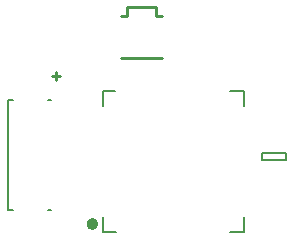
<source format=gbo>
G04 Layer_Color=32896*
%FSLAX24Y24*%
%MOIN*%
G70*
G01*
G75*
%ADD29C,0.0079*%
%ADD31C,0.0098*%
%ADD34C,0.0100*%
%ADD98C,0.0200*%
%ADD99C,0.0050*%
D29*
X4805Y-157D02*
Y79D01*
X4018Y-157D02*
X4805D01*
X4018D02*
Y79D01*
X4805D01*
D31*
X-2835Y2520D02*
Y2782D01*
X-2704Y2651D02*
X-2966D01*
D34*
X-689Y3248D02*
X689D01*
X492Y4626D02*
X689D01*
X-689D02*
X-492D01*
X492D02*
Y4941D01*
X-492D02*
X492D01*
X-492Y4626D02*
Y4941D01*
D98*
X-1537Y-2297D02*
G03*
X-1537Y-2297I-100J0D01*
G01*
D99*
X-1287Y1653D02*
Y2153D01*
X-887Y2153D01*
X2963D02*
X3413D01*
X3413Y1653D02*
X3413Y2153D01*
X3413Y-2047D02*
X3413Y-2547D01*
X2963D02*
X3413D01*
X-1287D02*
X-1287Y-2047D01*
X-1287Y-2547D02*
X-837D01*
X-3130Y-1839D02*
X-3012D01*
X-3130Y1839D02*
X-3012D01*
X-4457D02*
X-4272D01*
X-4457Y-1839D02*
X-4272D01*
X-4457D02*
Y1839D01*
M02*

</source>
